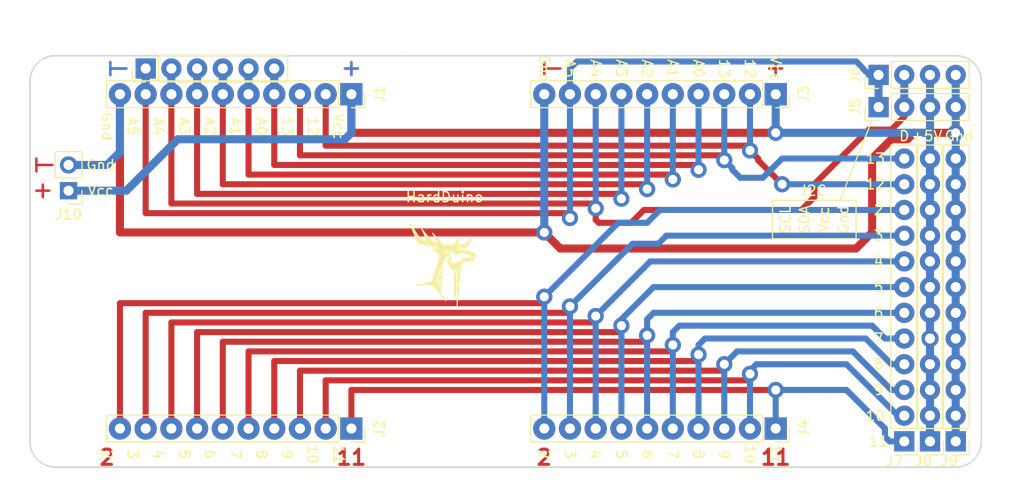
<source format=kicad_pcb>
(kicad_pcb (version 20171130) (host pcbnew "(5.1.5)-3")

  (general
    (thickness 1.6)
    (drawings 83)
    (tracks 200)
    (zones 0)
    (modules 19)
    (nets 21)
  )

  (page A4 portrait)
  (layers
    (0 F.Cu signal)
    (31 B.Cu signal)
    (32 B.Adhes user)
    (33 F.Adhes user)
    (34 B.Paste user)
    (35 F.Paste user)
    (36 B.SilkS user)
    (37 F.SilkS user)
    (38 B.Mask user)
    (39 F.Mask user)
    (40 Dwgs.User user)
    (41 Cmts.User user)
    (42 Eco1.User user)
    (43 Eco2.User user)
    (44 Edge.Cuts user)
    (45 Margin user)
    (46 B.CrtYd user)
    (47 F.CrtYd user)
    (48 B.Fab user)
    (49 F.Fab user)
  )

  (setup
    (last_trace_width 0.6)
    (user_trace_width 0.5)
    (user_trace_width 0.6)
    (user_trace_width 0.8)
    (user_trace_width 1)
    (user_trace_width 1.2)
    (trace_clearance 0.2)
    (zone_clearance 0.508)
    (zone_45_only no)
    (trace_min 0.2)
    (via_size 0.8)
    (via_drill 0.4)
    (via_min_size 0.4)
    (via_min_drill 0.3)
    (user_via 1.6 0.9)
    (uvia_size 0.3)
    (uvia_drill 0.1)
    (uvias_allowed no)
    (uvia_min_size 0.2)
    (uvia_min_drill 0.1)
    (edge_width 0.05)
    (segment_width 0.2)
    (pcb_text_width 0.3)
    (pcb_text_size 1.5 1.5)
    (mod_edge_width 0.12)
    (mod_text_size 1 1)
    (mod_text_width 0.15)
    (pad_size 2 2)
    (pad_drill 1)
    (pad_to_mask_clearance 0.051)
    (solder_mask_min_width 0.25)
    (aux_axis_origin 0 0)
    (visible_elements 7FFFFFFF)
    (pcbplotparams
      (layerselection 0x010fc_ffffffff)
      (usegerberextensions false)
      (usegerberattributes false)
      (usegerberadvancedattributes false)
      (creategerberjobfile false)
      (excludeedgelayer true)
      (linewidth 0.100000)
      (plotframeref false)
      (viasonmask false)
      (mode 1)
      (useauxorigin false)
      (hpglpennumber 1)
      (hpglpenspeed 20)
      (hpglpendiameter 15.000000)
      (psnegative false)
      (psa4output false)
      (plotreference true)
      (plotvalue true)
      (plotinvisibletext false)
      (padsonsilk false)
      (subtractmaskfromsilk false)
      (outputformat 1)
      (mirror false)
      (drillshape 0)
      (scaleselection 1)
      (outputdirectory "gerber/"))
  )

  (net 0 "")
  (net 1 VCC)
  (net 2 /12)
  (net 3 /13)
  (net 4 /A0)
  (net 5 /A1)
  (net 6 /A2)
  (net 7 /A3)
  (net 8 /A4)
  (net 9 /A5)
  (net 10 GND)
  (net 11 /2)
  (net 12 /3)
  (net 13 /4)
  (net 14 /5)
  (net 15 /6)
  (net 16 /7)
  (net 17 /8)
  (net 18 /9)
  (net 19 /10)
  (net 20 /11)

  (net_class Default "Это класс цепей по умолчанию."
    (clearance 0.2)
    (trace_width 0.25)
    (via_dia 0.8)
    (via_drill 0.4)
    (uvia_dia 0.3)
    (uvia_drill 0.1)
    (add_net /10)
    (add_net /11)
    (add_net /12)
    (add_net /13)
    (add_net /2)
    (add_net /3)
    (add_net /4)
    (add_net /5)
    (add_net /6)
    (add_net /7)
    (add_net /8)
    (add_net /9)
    (add_net /A0)
    (add_net /A1)
    (add_net /A2)
    (add_net /A3)
    (add_net /A4)
    (add_net /A5)
    (add_net GND)
    (add_net VCC)
  )

  (module MountingHole:MountingHole_3.2mm_M3 (layer F.Cu) (tedit 56D1B4CB) (tstamp 5D79781E)
    (at 58.42 58.42 90)
    (descr "Mounting Hole 3.2mm, no annular, M3")
    (tags "mounting hole 3.2mm no annular m3")
    (path /5D791BF4)
    (attr virtual)
    (fp_text reference H1 (at 5.08 -2.54) (layer F.SilkS) hide
      (effects (font (size 1 1) (thickness 0.15)))
    )
    (fp_text value MountingHole (at 2.54 -5.08) (layer F.Fab) hide
      (effects (font (size 1 1) (thickness 0.15)))
    )
    (fp_circle (center 0 0) (end 3.45 0) (layer F.CrtYd) (width 0.05))
    (fp_circle (center 0 0) (end 3.2 0) (layer Cmts.User) (width 0.15))
    (fp_text user %R (at 0.3 0) (layer F.Fab)
      (effects (font (size 1 1) (thickness 0.15)))
    )
    (pad 1 np_thru_hole circle (at 0 0) (size 3.2 3.2) (drill 3.2) (layers *.Cu *.Mask))
  )

  (module MountingHole:MountingHole_3.2mm_M3 (layer F.Cu) (tedit 56D1B4CB) (tstamp 5D797826)
    (at 91.44 58.42 90)
    (descr "Mounting Hole 3.2mm, no annular, M3")
    (tags "mounting hole 3.2mm no annular m3")
    (path /5D793188)
    (attr virtual)
    (fp_text reference H2 (at -3.175 3.81) (layer F.SilkS) hide
      (effects (font (size 1 1) (thickness 0.15)))
    )
    (fp_text value MountingHole (at 3.81 5.08) (layer F.Fab) hide
      (effects (font (size 1 1) (thickness 0.15)))
    )
    (fp_text user %R (at 0.3 0) (layer F.Fab)
      (effects (font (size 1 1) (thickness 0.15)))
    )
    (fp_circle (center 0 0) (end 3.2 0) (layer Cmts.User) (width 0.15))
    (fp_circle (center 0 0) (end 3.45 0) (layer F.CrtYd) (width 0.05))
    (pad 1 np_thru_hole circle (at 0 0) (size 3.2 3.2) (drill 3.2) (layers *.Cu *.Mask))
  )

  (module MountingHole:MountingHole_3.2mm_M3 (layer F.Cu) (tedit 56D1B4CB) (tstamp 5D79782E)
    (at 58.42 25.4 90)
    (descr "Mounting Hole 3.2mm, no annular, M3")
    (tags "mounting hole 3.2mm no annular m3")
    (path /5D793224)
    (attr virtual)
    (fp_text reference H3 (at -3.175 3.81) (layer F.SilkS) hide
      (effects (font (size 1 1) (thickness 0.15)))
    )
    (fp_text value MountingHole (at -2.54 -5.08) (layer F.Fab) hide
      (effects (font (size 1 1) (thickness 0.15)))
    )
    (fp_circle (center 0 0) (end 3.45 0) (layer F.CrtYd) (width 0.05))
    (fp_circle (center 0 0) (end 3.2 0) (layer Cmts.User) (width 0.15))
    (fp_text user %R (at 0.3 0) (layer F.Fab)
      (effects (font (size 1 1) (thickness 0.15)))
    )
    (pad 1 np_thru_hole circle (at 0 0) (size 3.2 3.2) (drill 3.2) (layers *.Cu *.Mask))
  )

  (module MountingHole:MountingHole_3.2mm_M3 (layer F.Cu) (tedit 56D1B4CB) (tstamp 5D797836)
    (at 91.44 25.4 90)
    (descr "Mounting Hole 3.2mm, no annular, M3")
    (tags "mounting hole 3.2mm no annular m3")
    (path /5D7932CC)
    (attr virtual)
    (fp_text reference H4 (at 3.175 3.81) (layer F.SilkS) hide
      (effects (font (size 1 1) (thickness 0.15)))
    )
    (fp_text value MountingHole (at -5.08 5.08) (layer F.Fab) hide
      (effects (font (size 1 1) (thickness 0.15)))
    )
    (fp_text user %R (at 0 0) (layer F.Fab)
      (effects (font (size 1 1) (thickness 0.15)))
    )
    (fp_circle (center 0 0) (end 3.2 0) (layer Cmts.User) (width 0.15))
    (fp_circle (center 0 0) (end 3.45 0) (layer F.CrtYd) (width 0.05))
    (pad 1 np_thru_hole circle (at 0 0) (size 3.2 3.2) (drill 3.2) (layers *.Cu *.Mask))
  )

  (module Connector_PinSocket_2.54mm:PinSocket_1x10_P2.54mm_Vertical (layer F.Cu) (tedit 5E7B97EA) (tstamp 5E7BED97)
    (at 86.36 25.4 270)
    (descr "Through hole straight socket strip, 1x10, 2.54mm pitch, single row (from Kicad 4.0.7), script generated")
    (tags "Through hole socket strip THT 1x10 2.54mm single row")
    (path /5E7C174E)
    (fp_text reference J1 (at 0 -2.77 90) (layer F.SilkS)
      (effects (font (size 1 1) (thickness 0.15)))
    )
    (fp_text value Conn_01x10_Male (at 0 25.63 90) (layer F.Fab)
      (effects (font (size 1 1) (thickness 0.15)))
    )
    (fp_line (start -1.27 -1.27) (end 0.635 -1.27) (layer F.Fab) (width 0.1))
    (fp_line (start 0.635 -1.27) (end 1.27 -0.635) (layer F.Fab) (width 0.1))
    (fp_line (start 1.27 -0.635) (end 1.27 24.13) (layer F.Fab) (width 0.1))
    (fp_line (start 1.27 24.13) (end -1.27 24.13) (layer F.Fab) (width 0.1))
    (fp_line (start -1.27 24.13) (end -1.27 -1.27) (layer F.Fab) (width 0.1))
    (fp_line (start -1.33 1.27) (end 1.33 1.27) (layer F.SilkS) (width 0.12))
    (fp_line (start -1.33 1.27) (end -1.33 24.19) (layer F.SilkS) (width 0.12))
    (fp_line (start -1.33 24.19) (end 1.33 24.19) (layer F.SilkS) (width 0.12))
    (fp_line (start 1.33 1.27) (end 1.33 24.19) (layer F.SilkS) (width 0.12))
    (fp_line (start 1.33 -1.33) (end 1.33 0) (layer F.SilkS) (width 0.12))
    (fp_line (start 0 -1.33) (end 1.33 -1.33) (layer F.SilkS) (width 0.12))
    (fp_line (start -1.8 -1.8) (end 1.75 -1.8) (layer F.CrtYd) (width 0.05))
    (fp_line (start 1.75 -1.8) (end 1.75 24.6) (layer F.CrtYd) (width 0.05))
    (fp_line (start 1.75 24.6) (end -1.8 24.6) (layer F.CrtYd) (width 0.05))
    (fp_line (start -1.8 24.6) (end -1.8 -1.8) (layer F.CrtYd) (width 0.05))
    (fp_text user %R (at 0 11.43) (layer F.Fab)
      (effects (font (size 1 1) (thickness 0.15)))
    )
    (pad 1 thru_hole rect (at 0 0 270) (size 2.2 2.2) (drill 1) (layers *.Cu *.Mask)
      (net 1 VCC))
    (pad 2 thru_hole oval (at 0 2.54 270) (size 2.2 2.2) (drill 1) (layers *.Cu *.Mask)
      (net 2 /12))
    (pad 3 thru_hole oval (at 0 5.08 270) (size 2.2 2.2) (drill 1) (layers *.Cu *.Mask)
      (net 3 /13))
    (pad 4 thru_hole oval (at 0 7.62 270) (size 2.2 2.2) (drill 1) (layers *.Cu *.Mask)
      (net 4 /A0))
    (pad 5 thru_hole oval (at 0 10.16 270) (size 2.2 2.2) (drill 1) (layers *.Cu *.Mask)
      (net 5 /A1))
    (pad 6 thru_hole oval (at 0 12.7 270) (size 2.2 2.2) (drill 1) (layers *.Cu *.Mask)
      (net 6 /A2))
    (pad 7 thru_hole oval (at 0 15.24 270) (size 2.2 2.2) (drill 1) (layers *.Cu *.Mask)
      (net 7 /A3))
    (pad 8 thru_hole oval (at 0 17.78 270) (size 2.2 2.2) (drill 1) (layers *.Cu *.Mask)
      (net 8 /A4))
    (pad 9 thru_hole oval (at 0 20.32 270) (size 2.2 2.2) (drill 1) (layers *.Cu *.Mask)
      (net 9 /A5))
    (pad 10 thru_hole oval (at 0 22.86 270) (size 2.2 2.2) (drill 1) (layers *.Cu *.Mask)
      (net 10 GND))
    (model ${KISYS3DMOD}/Connector_PinSocket_2.54mm.3dshapes/PinSocket_1x10_P2.54mm_Vertical.wrl
      (at (xyz 0 0 0))
      (scale (xyz 1 1 1))
      (rotate (xyz 0 0 0))
    )
  )

  (module Connector_PinSocket_2.54mm:PinSocket_1x10_P2.54mm_Vertical (layer F.Cu) (tedit 5E7B97E3) (tstamp 5E7BEDB5)
    (at 86.36 58.42 270)
    (descr "Through hole straight socket strip, 1x10, 2.54mm pitch, single row (from Kicad 4.0.7), script generated")
    (tags "Through hole socket strip THT 1x10 2.54mm single row")
    (path /5E7C1FC2)
    (fp_text reference J2 (at 0 -2.77 90) (layer F.SilkS)
      (effects (font (size 1 1) (thickness 0.15)))
    )
    (fp_text value Conn_01x10_Male (at 0 25.63 90) (layer F.Fab)
      (effects (font (size 1 1) (thickness 0.15)))
    )
    (fp_text user %R (at 0 11.43) (layer F.Fab)
      (effects (font (size 1 1) (thickness 0.15)))
    )
    (fp_line (start -1.8 24.6) (end -1.8 -1.8) (layer F.CrtYd) (width 0.05))
    (fp_line (start 1.75 24.6) (end -1.8 24.6) (layer F.CrtYd) (width 0.05))
    (fp_line (start 1.75 -1.8) (end 1.75 24.6) (layer F.CrtYd) (width 0.05))
    (fp_line (start -1.8 -1.8) (end 1.75 -1.8) (layer F.CrtYd) (width 0.05))
    (fp_line (start 0 -1.33) (end 1.33 -1.33) (layer F.SilkS) (width 0.12))
    (fp_line (start 1.33 -1.33) (end 1.33 0) (layer F.SilkS) (width 0.12))
    (fp_line (start 1.33 1.27) (end 1.33 24.19) (layer F.SilkS) (width 0.12))
    (fp_line (start -1.33 24.19) (end 1.33 24.19) (layer F.SilkS) (width 0.12))
    (fp_line (start -1.33 1.27) (end -1.33 24.19) (layer F.SilkS) (width 0.12))
    (fp_line (start -1.33 1.27) (end 1.33 1.27) (layer F.SilkS) (width 0.12))
    (fp_line (start -1.27 24.13) (end -1.27 -1.27) (layer F.Fab) (width 0.1))
    (fp_line (start 1.27 24.13) (end -1.27 24.13) (layer F.Fab) (width 0.1))
    (fp_line (start 1.27 -0.635) (end 1.27 24.13) (layer F.Fab) (width 0.1))
    (fp_line (start 0.635 -1.27) (end 1.27 -0.635) (layer F.Fab) (width 0.1))
    (fp_line (start -1.27 -1.27) (end 0.635 -1.27) (layer F.Fab) (width 0.1))
    (pad 10 thru_hole oval (at 0 22.86 270) (size 2.2 2.2) (drill 1) (layers *.Cu *.Mask)
      (net 11 /2))
    (pad 9 thru_hole oval (at 0 20.32 270) (size 2.2 2.2) (drill 1) (layers *.Cu *.Mask)
      (net 12 /3))
    (pad 8 thru_hole oval (at 0 17.78 270) (size 2.2 2.2) (drill 1) (layers *.Cu *.Mask)
      (net 13 /4))
    (pad 7 thru_hole oval (at 0 15.24 270) (size 2.2 2.2) (drill 1) (layers *.Cu *.Mask)
      (net 14 /5))
    (pad 6 thru_hole oval (at 0 12.7 270) (size 2.2 2.2) (drill 1) (layers *.Cu *.Mask)
      (net 15 /6))
    (pad 5 thru_hole oval (at 0 10.16 270) (size 2.2 2.2) (drill 1) (layers *.Cu *.Mask)
      (net 16 /7))
    (pad 4 thru_hole oval (at 0 7.62 270) (size 2.2 2.2) (drill 1) (layers *.Cu *.Mask)
      (net 17 /8))
    (pad 3 thru_hole oval (at 0 5.08 270) (size 2.2 2.2) (drill 1) (layers *.Cu *.Mask)
      (net 18 /9))
    (pad 2 thru_hole oval (at 0 2.54 270) (size 2.2 2.2) (drill 1) (layers *.Cu *.Mask)
      (net 19 /10))
    (pad 1 thru_hole rect (at 0 0 270) (size 2.2 2.2) (drill 1) (layers *.Cu *.Mask)
      (net 20 /11))
    (model ${KISYS3DMOD}/Connector_PinSocket_2.54mm.3dshapes/PinSocket_1x10_P2.54mm_Vertical.wrl
      (at (xyz 0 0 0))
      (scale (xyz 1 1 1))
      (rotate (xyz 0 0 0))
    )
  )

  (module Connector_PinSocket_2.54mm:PinSocket_1x10_P2.54mm_Vertical (layer F.Cu) (tedit 5E7CE84E) (tstamp 5E7BA6FC)
    (at 128.27 25.4 270)
    (descr "Through hole straight socket strip, 1x10, 2.54mm pitch, single row (from Kicad 4.0.7), script generated")
    (tags "Through hole socket strip THT 1x10 2.54mm single row")
    (path /5E7C4275)
    (fp_text reference J3 (at 0 -2.77 90) (layer F.SilkS)
      (effects (font (size 1 1) (thickness 0.15)))
    )
    (fp_text value Conn_01x10_Male (at 0 25.63 90) (layer F.Fab)
      (effects (font (size 1 1) (thickness 0.15)))
    )
    (fp_line (start -1.27 -1.27) (end 0.635 -1.27) (layer F.Fab) (width 0.1))
    (fp_line (start 0.635 -1.27) (end 1.27 -0.635) (layer F.Fab) (width 0.1))
    (fp_line (start 1.27 -0.635) (end 1.27 24.13) (layer F.Fab) (width 0.1))
    (fp_line (start 1.27 24.13) (end -1.27 24.13) (layer F.Fab) (width 0.1))
    (fp_line (start -1.27 24.13) (end -1.27 -1.27) (layer F.Fab) (width 0.1))
    (fp_line (start -1.33 1.27) (end 1.33 1.27) (layer F.SilkS) (width 0.12))
    (fp_line (start -1.33 1.27) (end -1.33 24.19) (layer F.SilkS) (width 0.12))
    (fp_line (start -1.33 24.19) (end 1.33 24.19) (layer F.SilkS) (width 0.12))
    (fp_line (start 1.33 1.27) (end 1.33 24.19) (layer F.SilkS) (width 0.12))
    (fp_line (start 1.33 -1.33) (end 1.33 0) (layer F.SilkS) (width 0.12))
    (fp_line (start 0 -1.33) (end 1.33 -1.33) (layer F.SilkS) (width 0.12))
    (fp_line (start -1.8 -1.8) (end 1.75 -1.8) (layer F.CrtYd) (width 0.05))
    (fp_line (start 1.75 -1.8) (end 1.75 24.6) (layer F.CrtYd) (width 0.05))
    (fp_line (start 1.75 24.6) (end -1.8 24.6) (layer F.CrtYd) (width 0.05))
    (fp_line (start -1.8 24.6) (end -1.8 -1.8) (layer F.CrtYd) (width 0.05))
    (fp_text user %R (at 0 11.43) (layer F.Fab)
      (effects (font (size 1 1) (thickness 0.15)))
    )
    (pad 1 thru_hole rect (at 0 0 270) (size 2.2 2.2) (drill 1) (layers *.Cu *.Mask)
      (net 1 VCC))
    (pad 2 thru_hole oval (at 0 2.54 270) (size 2.2 2.2) (drill 1) (layers *.Cu *.Mask)
      (net 2 /12))
    (pad 3 thru_hole oval (at 0 5.08 270) (size 2.2 2.2) (drill 1) (layers *.Cu *.Mask)
      (net 3 /13))
    (pad 4 thru_hole oval (at 0 7.62 270) (size 2.2 2.2) (drill 1) (layers *.Cu *.Mask)
      (net 4 /A0))
    (pad 5 thru_hole oval (at 0 10.16 270) (size 2.2 2.2) (drill 1) (layers *.Cu *.Mask)
      (net 5 /A1))
    (pad 6 thru_hole oval (at 0 12.7 270) (size 2.2 2.2) (drill 1) (layers *.Cu *.Mask)
      (net 6 /A2))
    (pad 7 thru_hole oval (at 0 15.24 270) (size 2.2 2.2) (drill 1) (layers *.Cu *.Mask)
      (net 7 /A3))
    (pad 8 thru_hole oval (at 0 17.78 270) (size 2.2 2.2) (drill 1) (layers *.Cu *.Mask)
      (net 8 /A4))
    (pad 9 thru_hole oval (at 0 20.32 270) (size 2.2 2.2) (drill 1) (layers *.Cu *.Mask)
      (net 9 /A5))
    (pad 10 thru_hole oval (at 0 22.86 270) (size 2.2 2.2) (drill 1) (layers *.Cu *.Mask)
      (net 10 GND))
    (model ${KISYS3DMOD}/Connector_PinSocket_2.54mm.3dshapes/PinSocket_1x10_P2.54mm_Vertical.wrl
      (at (xyz 0 0 0))
      (scale (xyz 1 1 1))
      (rotate (xyz 0 0 0))
    )
  )

  (module Connector_PinSocket_2.54mm:PinSocket_1x10_P2.54mm_Vertical (layer F.Cu) (tedit 5E7CE8C4) (tstamp 5E7BA71A)
    (at 128.27 58.42 270)
    (descr "Through hole straight socket strip, 1x10, 2.54mm pitch, single row (from Kicad 4.0.7), script generated")
    (tags "Through hole socket strip THT 1x10 2.54mm single row")
    (path /5E7C5413)
    (fp_text reference J4 (at 0 -2.77 90) (layer F.SilkS)
      (effects (font (size 1 1) (thickness 0.15)))
    )
    (fp_text value Conn_01x10_Male (at 0 25.63 90) (layer F.Fab)
      (effects (font (size 1 1) (thickness 0.15)))
    )
    (fp_text user %R (at 0 11.43) (layer F.Fab)
      (effects (font (size 1 1) (thickness 0.15)))
    )
    (fp_line (start -1.8 24.6) (end -1.8 -1.8) (layer F.CrtYd) (width 0.05))
    (fp_line (start 1.75 24.6) (end -1.8 24.6) (layer F.CrtYd) (width 0.05))
    (fp_line (start 1.75 -1.8) (end 1.75 24.6) (layer F.CrtYd) (width 0.05))
    (fp_line (start -1.8 -1.8) (end 1.75 -1.8) (layer F.CrtYd) (width 0.05))
    (fp_line (start 0 -1.33) (end 1.33 -1.33) (layer F.SilkS) (width 0.12))
    (fp_line (start 1.33 -1.33) (end 1.33 0) (layer F.SilkS) (width 0.12))
    (fp_line (start 1.33 1.27) (end 1.33 24.19) (layer F.SilkS) (width 0.12))
    (fp_line (start -1.33 24.19) (end 1.33 24.19) (layer F.SilkS) (width 0.12))
    (fp_line (start -1.33 1.27) (end -1.33 24.19) (layer F.SilkS) (width 0.12))
    (fp_line (start -1.33 1.27) (end 1.33 1.27) (layer F.SilkS) (width 0.12))
    (fp_line (start -1.27 24.13) (end -1.27 -1.27) (layer F.Fab) (width 0.1))
    (fp_line (start 1.27 24.13) (end -1.27 24.13) (layer F.Fab) (width 0.1))
    (fp_line (start 1.27 -0.635) (end 1.27 24.13) (layer F.Fab) (width 0.1))
    (fp_line (start 0.635 -1.27) (end 1.27 -0.635) (layer F.Fab) (width 0.1))
    (fp_line (start -1.27 -1.27) (end 0.635 -1.27) (layer F.Fab) (width 0.1))
    (pad 10 thru_hole oval (at 0 22.86 270) (size 2.2 2.2) (drill 1) (layers *.Cu *.Mask)
      (net 11 /2))
    (pad 9 thru_hole oval (at 0 20.32 270) (size 2.2 2.2) (drill 1) (layers *.Cu *.Mask)
      (net 12 /3))
    (pad 8 thru_hole oval (at 0 17.78 270) (size 2.2 2.2) (drill 1) (layers *.Cu *.Mask)
      (net 13 /4))
    (pad 7 thru_hole oval (at 0 15.24 270) (size 2.2 2.2) (drill 1) (layers *.Cu *.Mask)
      (net 14 /5))
    (pad 6 thru_hole oval (at 0 12.7 270) (size 2.2 2.2) (drill 1) (layers *.Cu *.Mask)
      (net 15 /6))
    (pad 5 thru_hole oval (at 0 10.16 270) (size 2.2 2.2) (drill 1) (layers *.Cu *.Mask)
      (net 16 /7))
    (pad 4 thru_hole oval (at 0 7.62 270) (size 2.2 2.2) (drill 1) (layers *.Cu *.Mask)
      (net 17 /8))
    (pad 3 thru_hole oval (at 0 5.08 270) (size 2.2 2.2) (drill 1) (layers *.Cu *.Mask)
      (net 18 /9))
    (pad 2 thru_hole oval (at 0 2.54 270) (size 2.2 2.2) (drill 1) (layers *.Cu *.Mask)
      (net 19 /10))
    (pad 1 thru_hole rect (at 0 0 270) (size 2.2 2.2) (drill 1) (layers *.Cu *.Mask)
      (net 20 /11))
    (model ${KISYS3DMOD}/Connector_PinSocket_2.54mm.3dshapes/PinSocket_1x10_P2.54mm_Vertical.wrl
      (at (xyz 0 0 0))
      (scale (xyz 1 1 1))
      (rotate (xyz 0 0 0))
    )
  )

  (module Connector_PinHeader_2.54mm:PinHeader_1x04_P2.54mm_Vertical (layer F.Cu) (tedit 5E7CE68F) (tstamp 5E7BA732)
    (at 138.43 26.67 90)
    (descr "Through hole straight pin header, 1x04, 2.54mm pitch, single row")
    (tags "Through hole pin header THT 1x04 2.54mm single row")
    (path /5E7C99CD)
    (fp_text reference J5 (at 0 -2.33 90) (layer F.SilkS)
      (effects (font (size 1 1) (thickness 0.15)))
    )
    (fp_text value Conn_01x04_Male (at 0 9.95 90) (layer F.Fab)
      (effects (font (size 1 1) (thickness 0.15)))
    )
    (fp_text user %R (at 0 3.81) (layer F.Fab)
      (effects (font (size 1 1) (thickness 0.15)))
    )
    (fp_line (start 1.8 -1.8) (end -1.8 -1.8) (layer F.CrtYd) (width 0.05))
    (fp_line (start 1.8 9.4) (end 1.8 -1.8) (layer F.CrtYd) (width 0.05))
    (fp_line (start -1.8 9.4) (end 1.8 9.4) (layer F.CrtYd) (width 0.05))
    (fp_line (start -1.8 -1.8) (end -1.8 9.4) (layer F.CrtYd) (width 0.05))
    (fp_line (start -1.33 -1.33) (end 0 -1.33) (layer F.SilkS) (width 0.12))
    (fp_line (start -1.33 0) (end -1.33 -1.33) (layer F.SilkS) (width 0.12))
    (fp_line (start -1.33 1.27) (end 1.33 1.27) (layer F.SilkS) (width 0.12))
    (fp_line (start 1.33 1.27) (end 1.33 8.95) (layer F.SilkS) (width 0.12))
    (fp_line (start -1.33 1.27) (end -1.33 8.95) (layer F.SilkS) (width 0.12))
    (fp_line (start -1.33 8.95) (end 1.33 8.95) (layer F.SilkS) (width 0.12))
    (fp_line (start -1.27 -0.635) (end -0.635 -1.27) (layer F.Fab) (width 0.1))
    (fp_line (start -1.27 8.89) (end -1.27 -0.635) (layer F.Fab) (width 0.1))
    (fp_line (start 1.27 8.89) (end -1.27 8.89) (layer F.Fab) (width 0.1))
    (fp_line (start 1.27 -1.27) (end 1.27 8.89) (layer F.Fab) (width 0.1))
    (fp_line (start -0.635 -1.27) (end 1.27 -1.27) (layer F.Fab) (width 0.1))
    (pad 4 thru_hole oval (at 0 7.62 90) (size 2 2) (drill 1) (layers *.Cu *.Mask)
      (net 10 GND))
    (pad 3 thru_hole oval (at 0 5.08 90) (size 2 2) (drill 1) (layers *.Cu *.Mask)
      (net 1 VCC))
    (pad 2 thru_hole oval (at 0 2.54 90) (size 2 2) (drill 1) (layers *.Cu *.Mask)
      (net 8 /A4))
    (pad 1 thru_hole rect (at 0 0 90) (size 2 2) (drill 1) (layers *.Cu *.Mask)
      (net 9 /A5))
    (model ${KISYS3DMOD}/Connector_PinHeader_2.54mm.3dshapes/PinHeader_1x04_P2.54mm_Vertical.wrl
      (at (xyz 0 0 0))
      (scale (xyz 1 1 1))
      (rotate (xyz 0 0 0))
    )
  )

  (module Connector_PinHeader_2.54mm:PinHeader_1x04_P2.54mm_Vertical (layer F.Cu) (tedit 5E7CE686) (tstamp 5E7BA74A)
    (at 138.43 23.495 90)
    (descr "Through hole straight pin header, 1x04, 2.54mm pitch, single row")
    (tags "Through hole pin header THT 1x04 2.54mm single row")
    (path /5E7C919F)
    (fp_text reference J6 (at 0 -2.33 90) (layer F.SilkS)
      (effects (font (size 1 1) (thickness 0.15)))
    )
    (fp_text value Conn_01x04_Male (at 0 9.95 90) (layer F.Fab)
      (effects (font (size 1 1) (thickness 0.15)))
    )
    (fp_line (start -0.635 -1.27) (end 1.27 -1.27) (layer F.Fab) (width 0.1))
    (fp_line (start 1.27 -1.27) (end 1.27 8.89) (layer F.Fab) (width 0.1))
    (fp_line (start 1.27 8.89) (end -1.27 8.89) (layer F.Fab) (width 0.1))
    (fp_line (start -1.27 8.89) (end -1.27 -0.635) (layer F.Fab) (width 0.1))
    (fp_line (start -1.27 -0.635) (end -0.635 -1.27) (layer F.Fab) (width 0.1))
    (fp_line (start -1.33 8.95) (end 1.33 8.95) (layer F.SilkS) (width 0.12))
    (fp_line (start -1.33 1.27) (end -1.33 8.95) (layer F.SilkS) (width 0.12))
    (fp_line (start 1.33 1.27) (end 1.33 8.95) (layer F.SilkS) (width 0.12))
    (fp_line (start -1.33 1.27) (end 1.33 1.27) (layer F.SilkS) (width 0.12))
    (fp_line (start -1.33 0) (end -1.33 -1.33) (layer F.SilkS) (width 0.12))
    (fp_line (start -1.33 -1.33) (end 0 -1.33) (layer F.SilkS) (width 0.12))
    (fp_line (start -1.8 -1.8) (end -1.8 9.4) (layer F.CrtYd) (width 0.05))
    (fp_line (start -1.8 9.4) (end 1.8 9.4) (layer F.CrtYd) (width 0.05))
    (fp_line (start 1.8 9.4) (end 1.8 -1.8) (layer F.CrtYd) (width 0.05))
    (fp_line (start 1.8 -1.8) (end -1.8 -1.8) (layer F.CrtYd) (width 0.05))
    (fp_text user %R (at 0 3.81 180) (layer F.Fab)
      (effects (font (size 1 1) (thickness 0.15)))
    )
    (pad 1 thru_hole rect (at 0 0 90) (size 2 2) (drill 1) (layers *.Cu *.Mask)
      (net 9 /A5))
    (pad 2 thru_hole oval (at 0 2.54 90) (size 2 2) (drill 1) (layers *.Cu *.Mask)
      (net 8 /A4))
    (pad 3 thru_hole oval (at 0 5.08 90) (size 2 2) (drill 1) (layers *.Cu *.Mask)
      (net 1 VCC))
    (pad 4 thru_hole oval (at 0 7.62 90) (size 2 2) (drill 1) (layers *.Cu *.Mask)
      (net 10 GND))
    (model ${KISYS3DMOD}/Connector_PinHeader_2.54mm.3dshapes/PinHeader_1x04_P2.54mm_Vertical.wrl
      (at (xyz 0 0 0))
      (scale (xyz 1 1 1))
      (rotate (xyz 0 0 0))
    )
  )

  (module Connector_PinHeader_2.54mm:PinHeader_1x12_P2.54mm_Vertical (layer F.Cu) (tedit 5E7CE7F1) (tstamp 5E7BA76A)
    (at 140.97 59.69 180)
    (descr "Through hole straight pin header, 1x12, 2.54mm pitch, single row")
    (tags "Through hole pin header THT 1x12 2.54mm single row")
    (path /5E7C66E2)
    (fp_text reference J7 (at 0.9525 -1.905) (layer F.SilkS)
      (effects (font (size 1 1) (thickness 0.15)))
    )
    (fp_text value Conn_01x12_Male (at 0 30.27) (layer F.Fab)
      (effects (font (size 1 1) (thickness 0.15)))
    )
    (fp_line (start -0.635 -1.27) (end 1.27 -1.27) (layer F.Fab) (width 0.1))
    (fp_line (start 1.27 -1.27) (end 1.27 29.21) (layer F.Fab) (width 0.1))
    (fp_line (start 1.27 29.21) (end -1.27 29.21) (layer F.Fab) (width 0.1))
    (fp_line (start -1.27 29.21) (end -1.27 -0.635) (layer F.Fab) (width 0.1))
    (fp_line (start -1.27 -0.635) (end -0.635 -1.27) (layer F.Fab) (width 0.1))
    (fp_line (start -1.33 29.27) (end 1.33 29.27) (layer F.SilkS) (width 0.12))
    (fp_line (start -1.33 1.27) (end -1.33 29.27) (layer F.SilkS) (width 0.12))
    (fp_line (start 1.33 1.27) (end 1.33 29.27) (layer F.SilkS) (width 0.12))
    (fp_line (start -1.33 1.27) (end 1.33 1.27) (layer F.SilkS) (width 0.12))
    (fp_line (start -1.33 0) (end -1.33 -1.33) (layer F.SilkS) (width 0.12))
    (fp_line (start -1.33 -1.33) (end 0 -1.33) (layer F.SilkS) (width 0.12))
    (fp_line (start -1.8 -1.8) (end -1.8 29.75) (layer F.CrtYd) (width 0.05))
    (fp_line (start -1.8 29.75) (end 1.8 29.75) (layer F.CrtYd) (width 0.05))
    (fp_line (start 1.8 29.75) (end 1.8 -1.8) (layer F.CrtYd) (width 0.05))
    (fp_line (start 1.8 -1.8) (end -1.8 -1.8) (layer F.CrtYd) (width 0.05))
    (fp_text user %R (at 0 13.97 90) (layer F.Fab)
      (effects (font (size 1 1) (thickness 0.15)))
    )
    (pad 1 thru_hole rect (at 0 0 180) (size 2 2) (drill 1) (layers *.Cu *.Mask)
      (net 20 /11))
    (pad 2 thru_hole oval (at 0 2.54 180) (size 2 2) (drill 1) (layers *.Cu *.Mask)
      (net 19 /10))
    (pad 3 thru_hole oval (at 0 5.08 180) (size 2 2) (drill 1) (layers *.Cu *.Mask)
      (net 18 /9))
    (pad 4 thru_hole oval (at 0 7.62 180) (size 2 2) (drill 1) (layers *.Cu *.Mask)
      (net 17 /8))
    (pad 5 thru_hole oval (at 0 10.16 180) (size 2 2) (drill 1) (layers *.Cu *.Mask)
      (net 16 /7))
    (pad 6 thru_hole oval (at 0 12.7 180) (size 2 2) (drill 1) (layers *.Cu *.Mask)
      (net 15 /6))
    (pad 7 thru_hole oval (at 0 15.24 180) (size 2 2) (drill 1) (layers *.Cu *.Mask)
      (net 14 /5))
    (pad 8 thru_hole oval (at 0 17.78 180) (size 2 2) (drill 1) (layers *.Cu *.Mask)
      (net 13 /4))
    (pad 9 thru_hole oval (at 0 20.32 180) (size 2 2) (drill 1) (layers *.Cu *.Mask)
      (net 12 /3))
    (pad 10 thru_hole oval (at 0 22.86 180) (size 2 2) (drill 1) (layers *.Cu *.Mask)
      (net 11 /2))
    (pad 11 thru_hole oval (at 0 25.4 180) (size 2 2) (drill 1) (layers *.Cu *.Mask)
      (net 2 /12))
    (pad 12 thru_hole oval (at 0 27.94 180) (size 2 2) (drill 1) (layers *.Cu *.Mask)
      (net 3 /13))
    (model ${KISYS3DMOD}/Connector_PinHeader_2.54mm.3dshapes/PinHeader_1x12_P2.54mm_Vertical.wrl
      (at (xyz 0 0 0))
      (scale (xyz 1 1 1))
      (rotate (xyz 0 0 0))
    )
  )

  (module Connector_PinHeader_2.54mm:PinHeader_1x12_P2.54mm_Vertical (layer F.Cu) (tedit 5E7CE7AC) (tstamp 5E7BA78A)
    (at 143.51 59.69 180)
    (descr "Through hole straight pin header, 1x12, 2.54mm pitch, single row")
    (tags "Through hole pin header THT 1x12 2.54mm single row")
    (path /5E7C83F6)
    (fp_text reference J8 (at 0.635 -1.905) (layer F.SilkS)
      (effects (font (size 1 1) (thickness 0.15)))
    )
    (fp_text value Conn_01x12_Male (at 0 30.27) (layer F.Fab)
      (effects (font (size 1 1) (thickness 0.15)))
    )
    (fp_line (start -0.635 -1.27) (end 1.27 -1.27) (layer F.Fab) (width 0.1))
    (fp_line (start 1.27 -1.27) (end 1.27 29.21) (layer F.Fab) (width 0.1))
    (fp_line (start 1.27 29.21) (end -1.27 29.21) (layer F.Fab) (width 0.1))
    (fp_line (start -1.27 29.21) (end -1.27 -0.635) (layer F.Fab) (width 0.1))
    (fp_line (start -1.27 -0.635) (end -0.635 -1.27) (layer F.Fab) (width 0.1))
    (fp_line (start -1.33 29.27) (end 1.33 29.27) (layer F.SilkS) (width 0.12))
    (fp_line (start -1.33 1.27) (end -1.33 29.27) (layer F.SilkS) (width 0.12))
    (fp_line (start 1.33 1.27) (end 1.33 29.27) (layer F.SilkS) (width 0.12))
    (fp_line (start -1.33 1.27) (end 1.33 1.27) (layer F.SilkS) (width 0.12))
    (fp_line (start -1.33 0) (end -1.33 -1.33) (layer F.SilkS) (width 0.12))
    (fp_line (start -1.33 -1.33) (end 0 -1.33) (layer F.SilkS) (width 0.12))
    (fp_line (start -1.8 -1.8) (end -1.8 29.75) (layer F.CrtYd) (width 0.05))
    (fp_line (start -1.8 29.75) (end 1.8 29.75) (layer F.CrtYd) (width 0.05))
    (fp_line (start 1.8 29.75) (end 1.8 -1.8) (layer F.CrtYd) (width 0.05))
    (fp_line (start 1.8 -1.8) (end -1.8 -1.8) (layer F.CrtYd) (width 0.05))
    (fp_text user %R (at 0 13.97 90) (layer F.Fab)
      (effects (font (size 1 1) (thickness 0.15)))
    )
    (pad 1 thru_hole rect (at 0 0 180) (size 2 2) (drill 1) (layers *.Cu *.Mask)
      (net 1 VCC))
    (pad 2 thru_hole oval (at 0 2.54 180) (size 2 2) (drill 1) (layers *.Cu *.Mask)
      (net 1 VCC))
    (pad 3 thru_hole oval (at 0 5.08 180) (size 2 2) (drill 1) (layers *.Cu *.Mask)
      (net 1 VCC))
    (pad 4 thru_hole oval (at 0 7.62 180) (size 2 2) (drill 1) (layers *.Cu *.Mask)
      (net 1 VCC))
    (pad 5 thru_hole oval (at 0 10.16 180) (size 1.7 1.7) (drill 1) (layers *.Cu *.Mask)
      (net 1 VCC))
    (pad 6 thru_hole oval (at 0 12.7 180) (size 2 2) (drill 1) (layers *.Cu *.Mask)
      (net 1 VCC))
    (pad 7 thru_hole oval (at 0 15.24 180) (size 2 2) (drill 1) (layers *.Cu *.Mask)
      (net 1 VCC))
    (pad 8 thru_hole oval (at 0 17.78 180) (size 2 2) (drill 1) (layers *.Cu *.Mask)
      (net 1 VCC))
    (pad 9 thru_hole oval (at 0 20.32 180) (size 2 2) (drill 1) (layers *.Cu *.Mask)
      (net 1 VCC))
    (pad 10 thru_hole oval (at 0 22.86 180) (size 2 2) (drill 1) (layers *.Cu *.Mask)
      (net 1 VCC))
    (pad 11 thru_hole oval (at 0 25.4 180) (size 2 2) (drill 1) (layers *.Cu *.Mask)
      (net 1 VCC))
    (pad 12 thru_hole oval (at 0 27.94 180) (size 2 2) (drill 1) (layers *.Cu *.Mask)
      (net 1 VCC))
    (model ${KISYS3DMOD}/Connector_PinHeader_2.54mm.3dshapes/PinHeader_1x12_P2.54mm_Vertical.wrl
      (at (xyz 0 0 0))
      (scale (xyz 1 1 1))
      (rotate (xyz 0 0 0))
    )
  )

  (module Connector_PinHeader_2.54mm:PinHeader_1x12_P2.54mm_Vertical (layer F.Cu) (tedit 5E7CE74E) (tstamp 5E7BA7AA)
    (at 146.05 59.69 180)
    (descr "Through hole straight pin header, 1x12, 2.54mm pitch, single row")
    (tags "Through hole pin header THT 1x12 2.54mm single row")
    (path /5E7C7558)
    (fp_text reference J9 (at 0.635 -1.905) (layer F.SilkS)
      (effects (font (size 1 1) (thickness 0.15)))
    )
    (fp_text value Conn_01x12_Male (at 0 30.27) (layer F.Fab)
      (effects (font (size 1 1) (thickness 0.15)))
    )
    (fp_text user %R (at 0 13.97 90) (layer F.Fab)
      (effects (font (size 1 1) (thickness 0.15)))
    )
    (fp_line (start 1.8 -1.8) (end -1.8 -1.8) (layer F.CrtYd) (width 0.05))
    (fp_line (start 1.8 29.75) (end 1.8 -1.8) (layer F.CrtYd) (width 0.05))
    (fp_line (start -1.8 29.75) (end 1.8 29.75) (layer F.CrtYd) (width 0.05))
    (fp_line (start -1.8 -1.8) (end -1.8 29.75) (layer F.CrtYd) (width 0.05))
    (fp_line (start -1.33 -1.33) (end 0 -1.33) (layer F.SilkS) (width 0.12))
    (fp_line (start -1.33 0) (end -1.33 -1.33) (layer F.SilkS) (width 0.12))
    (fp_line (start -1.33 1.27) (end 1.33 1.27) (layer F.SilkS) (width 0.12))
    (fp_line (start 1.33 1.27) (end 1.33 29.27) (layer F.SilkS) (width 0.12))
    (fp_line (start -1.33 1.27) (end -1.33 29.27) (layer F.SilkS) (width 0.12))
    (fp_line (start -1.33 29.27) (end 1.33 29.27) (layer F.SilkS) (width 0.12))
    (fp_line (start -1.27 -0.635) (end -0.635 -1.27) (layer F.Fab) (width 0.1))
    (fp_line (start -1.27 29.21) (end -1.27 -0.635) (layer F.Fab) (width 0.1))
    (fp_line (start 1.27 29.21) (end -1.27 29.21) (layer F.Fab) (width 0.1))
    (fp_line (start 1.27 -1.27) (end 1.27 29.21) (layer F.Fab) (width 0.1))
    (fp_line (start -0.635 -1.27) (end 1.27 -1.27) (layer F.Fab) (width 0.1))
    (pad 12 thru_hole oval (at 0 27.94 180) (size 2 2) (drill 1) (layers *.Cu *.Mask)
      (net 10 GND))
    (pad 11 thru_hole oval (at 0 25.4 180) (size 2 2) (drill 1) (layers *.Cu *.Mask)
      (net 10 GND))
    (pad 10 thru_hole oval (at 0 22.86 180) (size 2 2) (drill 1) (layers *.Cu *.Mask)
      (net 10 GND))
    (pad 9 thru_hole oval (at 0 20.32 180) (size 2 2) (drill 1) (layers *.Cu *.Mask)
      (net 10 GND))
    (pad 8 thru_hole oval (at 0 17.78 180) (size 2 2) (drill 1) (layers *.Cu *.Mask)
      (net 10 GND))
    (pad 7 thru_hole oval (at 0 15.24 180) (size 2 2) (drill 1) (layers *.Cu *.Mask)
      (net 10 GND))
    (pad 6 thru_hole oval (at 0 12.7 180) (size 2 2) (drill 1) (layers *.Cu *.Mask)
      (net 10 GND))
    (pad 5 thru_hole oval (at 0 10.16 180) (size 2 2) (drill 1) (layers *.Cu *.Mask)
      (net 10 GND))
    (pad 4 thru_hole oval (at 0 7.62 180) (size 2 2) (drill 1) (layers *.Cu *.Mask)
      (net 10 GND))
    (pad 3 thru_hole oval (at 0 5.08 180) (size 2 2) (drill 1) (layers *.Cu *.Mask)
      (net 10 GND))
    (pad 2 thru_hole oval (at 0 2.54 180) (size 2 2) (drill 1) (layers *.Cu *.Mask)
      (net 10 GND))
    (pad 1 thru_hole rect (at 0 0 180) (size 2 2) (drill 1) (layers *.Cu *.Mask)
      (net 10 GND))
    (model ${KISYS3DMOD}/Connector_PinHeader_2.54mm.3dshapes/PinHeader_1x12_P2.54mm_Vertical.wrl
      (at (xyz 0 0 0))
      (scale (xyz 1 1 1))
      (rotate (xyz 0 0 0))
    )
  )

  (module Connector_PinHeader_2.54mm:PinHeader_1x02_P2.54mm_Vertical (layer F.Cu) (tedit 59FED5CC) (tstamp 5E7BA7C0)
    (at 58.42 34.925 180)
    (descr "Through hole straight pin header, 1x02, 2.54mm pitch, single row")
    (tags "Through hole pin header THT 1x02 2.54mm single row")
    (path /5E7CA196)
    (fp_text reference J10 (at 0 -2.33) (layer F.SilkS)
      (effects (font (size 1 1) (thickness 0.15)))
    )
    (fp_text value Conn_01x02_Male (at 0 4.87) (layer F.Fab)
      (effects (font (size 1 1) (thickness 0.15)))
    )
    (fp_line (start -0.635 -1.27) (end 1.27 -1.27) (layer F.Fab) (width 0.1))
    (fp_line (start 1.27 -1.27) (end 1.27 3.81) (layer F.Fab) (width 0.1))
    (fp_line (start 1.27 3.81) (end -1.27 3.81) (layer F.Fab) (width 0.1))
    (fp_line (start -1.27 3.81) (end -1.27 -0.635) (layer F.Fab) (width 0.1))
    (fp_line (start -1.27 -0.635) (end -0.635 -1.27) (layer F.Fab) (width 0.1))
    (fp_line (start -1.33 3.87) (end 1.33 3.87) (layer F.SilkS) (width 0.12))
    (fp_line (start -1.33 1.27) (end -1.33 3.87) (layer F.SilkS) (width 0.12))
    (fp_line (start 1.33 1.27) (end 1.33 3.87) (layer F.SilkS) (width 0.12))
    (fp_line (start -1.33 1.27) (end 1.33 1.27) (layer F.SilkS) (width 0.12))
    (fp_line (start -1.33 0) (end -1.33 -1.33) (layer F.SilkS) (width 0.12))
    (fp_line (start -1.33 -1.33) (end 0 -1.33) (layer F.SilkS) (width 0.12))
    (fp_line (start -1.8 -1.8) (end -1.8 4.35) (layer F.CrtYd) (width 0.05))
    (fp_line (start -1.8 4.35) (end 1.8 4.35) (layer F.CrtYd) (width 0.05))
    (fp_line (start 1.8 4.35) (end 1.8 -1.8) (layer F.CrtYd) (width 0.05))
    (fp_line (start 1.8 -1.8) (end -1.8 -1.8) (layer F.CrtYd) (width 0.05))
    (fp_text user %R (at 0 1.27 90) (layer F.Fab)
      (effects (font (size 1 1) (thickness 0.15)))
    )
    (pad 1 thru_hole rect (at 0 0 180) (size 1.7 1.7) (drill 1) (layers *.Cu *.Mask)
      (net 1 VCC))
    (pad 2 thru_hole oval (at 0 2.54 180) (size 1.7 1.7) (drill 1) (layers *.Cu *.Mask)
      (net 10 GND))
    (model ${KISYS3DMOD}/Connector_PinHeader_2.54mm.3dshapes/PinHeader_1x02_P2.54mm_Vertical.wrl
      (at (xyz 0 0 0))
      (scale (xyz 1 1 1))
      (rotate (xyz 0 0 0))
    )
  )

  (module MountingHole:MountingHole_3.2mm_M3 (layer F.Cu) (tedit 56D1B4CB) (tstamp 5E7BA41D)
    (at 133.35 25.4)
    (descr "Mounting Hole 3.2mm, no annular, M3")
    (tags "mounting hole 3.2mm no annular m3")
    (path /5E7BCAAE)
    (attr virtual)
    (fp_text reference H5 (at -3.81 -3.175) (layer F.SilkS) hide
      (effects (font (size 1 1) (thickness 0.15)))
    )
    (fp_text value MountingHole (at 0 4.2) (layer F.Fab)
      (effects (font (size 1 1) (thickness 0.15)))
    )
    (fp_circle (center 0 0) (end 3.45 0) (layer F.CrtYd) (width 0.05))
    (fp_circle (center 0 0) (end 3.2 0) (layer Cmts.User) (width 0.15))
    (fp_text user %R (at 0.3 0) (layer F.Fab)
      (effects (font (size 1 1) (thickness 0.15)))
    )
    (pad 1 np_thru_hole circle (at 0 0) (size 3.2 3.2) (drill 3.2) (layers *.Cu *.Mask))
  )

  (module MountingHole:MountingHole_3.2mm_M3 (layer F.Cu) (tedit 56D1B4CB) (tstamp 5E7BA425)
    (at 100.33 25.4)
    (descr "Mounting Hole 3.2mm, no annular, M3")
    (tags "mounting hole 3.2mm no annular m3")
    (path /5E7BCF2B)
    (attr virtual)
    (fp_text reference H6 (at -3.81 -3.175) (layer F.SilkS) hide
      (effects (font (size 1 1) (thickness 0.15)))
    )
    (fp_text value MountingHole (at 0 4.2) (layer F.Fab)
      (effects (font (size 1 1) (thickness 0.15)))
    )
    (fp_text user %R (at 0.3 0) (layer F.Fab)
      (effects (font (size 1 1) (thickness 0.15)))
    )
    (fp_circle (center 0 0) (end 3.2 0) (layer Cmts.User) (width 0.15))
    (fp_circle (center 0 0) (end 3.45 0) (layer F.CrtYd) (width 0.05))
    (pad 1 np_thru_hole circle (at 0 0) (size 3.2 3.2) (drill 3.2) (layers *.Cu *.Mask))
  )

  (module MountingHole:MountingHole_3.2mm_M3 (layer F.Cu) (tedit 56D1B4CB) (tstamp 5E7BA42D)
    (at 133.35 58.42)
    (descr "Mounting Hole 3.2mm, no annular, M3")
    (tags "mounting hole 3.2mm no annular m3")
    (path /5E7BD33B)
    (attr virtual)
    (fp_text reference H7 (at 4.445 2.54) (layer F.SilkS) hide
      (effects (font (size 1 1) (thickness 0.15)))
    )
    (fp_text value MountingHole (at 0 4.2) (layer F.Fab)
      (effects (font (size 1 1) (thickness 0.15)))
    )
    (fp_circle (center 0 0) (end 3.45 0) (layer F.CrtYd) (width 0.05))
    (fp_circle (center 0 0) (end 3.2 0) (layer Cmts.User) (width 0.15))
    (fp_text user %R (at 0.3 0) (layer F.Fab)
      (effects (font (size 1 1) (thickness 0.15)))
    )
    (pad 1 np_thru_hole circle (at 0 0) (size 3.2 3.2) (drill 3.2) (layers *.Cu *.Mask))
  )

  (module MountingHole:MountingHole_3.2mm_M3 (layer F.Cu) (tedit 56D1B4CB) (tstamp 5E7BA435)
    (at 100.33 58.42)
    (descr "Mounting Hole 3.2mm, no annular, M3")
    (tags "mounting hole 3.2mm no annular m3")
    (path /5E7BD737)
    (attr virtual)
    (fp_text reference H8 (at -3.81 3.175) (layer F.SilkS) hide
      (effects (font (size 1 1) (thickness 0.15)))
    )
    (fp_text value MountingHole (at 0 4.2) (layer F.Fab)
      (effects (font (size 1 1) (thickness 0.15)))
    )
    (fp_text user %R (at 0.3 0) (layer F.Fab)
      (effects (font (size 1 1) (thickness 0.15)))
    )
    (fp_circle (center 0 0) (end 3.2 0) (layer Cmts.User) (width 0.15))
    (fp_circle (center 0 0) (end 3.45 0) (layer F.CrtYd) (width 0.05))
    (pad 1 np_thru_hole circle (at 0 0) (size 3.2 3.2) (drill 3.2) (layers *.Cu *.Mask))
  )

  (module Connector_PinHeader_2.54mm:PinHeader_1x06_P2.54mm_Vertical (layer F.Cu) (tedit 5E7CE8FE) (tstamp 5E7BB83C)
    (at 66.04 22.86 90)
    (descr "Through hole straight pin header, 1x06, 2.54mm pitch, single row")
    (tags "Through hole pin header THT 1x06 2.54mm single row")
    (path /5E7DADE2)
    (fp_text reference J11 (at -5.08 1.27 90) (layer F.SilkS) hide
      (effects (font (size 1 1) (thickness 0.15)))
    )
    (fp_text value Conn_01x06_Male (at 0 15.03 90) (layer F.Fab)
      (effects (font (size 1 1) (thickness 0.15)))
    )
    (fp_line (start -0.635 -1.27) (end 1.27 -1.27) (layer F.Fab) (width 0.1))
    (fp_line (start 1.27 -1.27) (end 1.27 13.97) (layer F.Fab) (width 0.1))
    (fp_line (start 1.27 13.97) (end -1.27 13.97) (layer F.Fab) (width 0.1))
    (fp_line (start -1.27 13.97) (end -1.27 -0.635) (layer F.Fab) (width 0.1))
    (fp_line (start -1.27 -0.635) (end -0.635 -1.27) (layer F.Fab) (width 0.1))
    (fp_line (start -1.33 14.03) (end 1.33 14.03) (layer F.SilkS) (width 0.12))
    (fp_line (start -1.33 1.27) (end -1.33 14.03) (layer F.SilkS) (width 0.12))
    (fp_line (start 1.33 1.27) (end 1.33 14.03) (layer F.SilkS) (width 0.12))
    (fp_line (start -1.33 1.27) (end 1.33 1.27) (layer F.SilkS) (width 0.12))
    (fp_line (start -1.33 0) (end -1.33 -1.33) (layer F.SilkS) (width 0.12))
    (fp_line (start -1.33 -1.33) (end 0 -1.33) (layer F.SilkS) (width 0.12))
    (fp_line (start -1.8 -1.8) (end -1.8 14.5) (layer F.CrtYd) (width 0.05))
    (fp_line (start -1.8 14.5) (end 1.8 14.5) (layer F.CrtYd) (width 0.05))
    (fp_line (start 1.8 14.5) (end 1.8 -1.8) (layer F.CrtYd) (width 0.05))
    (fp_line (start 1.8 -1.8) (end -1.8 -1.8) (layer F.CrtYd) (width 0.05))
    (fp_text user %R (at 0 6.35) (layer F.Fab)
      (effects (font (size 1 1) (thickness 0.15)))
    )
    (pad 1 thru_hole rect (at 0 0 90) (size 2 2) (drill 1) (layers *.Cu *.Mask)
      (net 9 /A5))
    (pad 2 thru_hole oval (at 0 2.54 90) (size 2 2) (drill 1) (layers *.Cu *.Mask)
      (net 8 /A4))
    (pad 3 thru_hole oval (at 0 5.08 90) (size 2 2) (drill 1) (layers *.Cu *.Mask)
      (net 7 /A3))
    (pad 4 thru_hole oval (at 0 7.62 90) (size 2 2) (drill 1) (layers *.Cu *.Mask)
      (net 6 /A2))
    (pad 5 thru_hole oval (at 0 10.16 90) (size 2 2) (drill 1) (layers *.Cu *.Mask)
      (net 5 /A1))
    (pad 6 thru_hole oval (at 0 12.7 90) (size 2 2) (drill 1) (layers *.Cu *.Mask)
      (net 4 /A0))
    (model ${KISYS3DMOD}/Connector_PinHeader_2.54mm.3dshapes/PinHeader_1x06_P2.54mm_Vertical.wrl
      (at (xyz 0 0 0))
      (scale (xyz 1 1 1))
      (rotate (xyz 0 0 0))
    )
  )

  (gr_text 10 (at 138.1125 57.15) (layer F.SilkS)
    (effects (font (size 1 1) (thickness 0.15)))
  )
  (gr_text 9 (at 138.43 54.61) (layer F.SilkS)
    (effects (font (size 1 1) (thickness 0.15)))
  )
  (gr_text 8 (at 138.43 52.07) (layer F.SilkS)
    (effects (font (size 1 1) (thickness 0.15)))
  )
  (gr_text 7 (at 138.43 49.53) (layer F.SilkS)
    (effects (font (size 1 1) (thickness 0.15)))
  )
  (gr_text 6 (at 138.43 46.99) (layer F.SilkS)
    (effects (font (size 1 1) (thickness 0.15)))
  )
  (gr_text 5 (at 138.43 44.45) (layer F.SilkS)
    (effects (font (size 1 1) (thickness 0.15)))
  )
  (gr_text 4 (at 138.43 41.91) (layer F.SilkS)
    (effects (font (size 1 1) (thickness 0.15)))
  )
  (gr_text 3 (at 138.43 39.37) (layer F.SilkS)
    (effects (font (size 1 1) (thickness 0.15)))
  )
  (gr_text 13 (at 138.1125 31.75) (layer F.SilkS)
    (effects (font (size 1 1) (thickness 0.15)))
  )
  (gr_line (start 134.62 35.8775) (end 137.795 27.94) (layer F.SilkS) (width 0.12))
  (gr_text 12 (at 138.1125 34.29) (layer F.SilkS)
    (effects (font (size 1 1) (thickness 0.15)))
  )
  (gr_text 2 (at 138.43 36.83) (layer F.SilkS)
    (effects (font (size 1 1) (thickness 0.15)))
  )
  (gr_text 11 (at 138.43 59.69) (layer F.SilkS)
    (effects (font (size 1 1) (thickness 0.15)))
  )
  (gr_text Gnd (at 146.3675 29.5275) (layer F.SilkS)
    (effects (font (size 1 1) (thickness 0.15)))
  )
  (gr_text +5V (at 143.1925 29.5275) (layer F.SilkS)
    (effects (font (size 1 1) (thickness 0.15)))
  )
  (gr_text D (at 140.97 29.5275) (layer F.SilkS)
    (effects (font (size 1 1) (thickness 0.15)))
  )
  (gr_text Vcc (at 61.595 34.925) (layer F.SilkS)
    (effects (font (size 1 1) (thickness 0.15)))
  )
  (gr_text Gnd (at 61.595 32.385) (layer F.SilkS)
    (effects (font (size 1 1) (thickness 0.15)))
  )
  (gr_text 11 (at 128.27 61.2775) (layer F.Cu)
    (effects (font (size 1.5 1.5) (thickness 0.3)))
  )
  (gr_text 2 (at 105.41 61.2775) (layer F.Cu)
    (effects (font (size 1.5 1.5) (thickness 0.3)))
  )
  (gr_text 11 (at 86.36 61.2775) (layer F.Cu)
    (effects (font (size 1.5 1.5) (thickness 0.3)))
  )
  (gr_text 2 (at 62.23 61.2775) (layer F.Cu)
    (effects (font (size 1.5 1.5) (thickness 0.3)))
  )
  (gr_text 2 (at 105.41 60.96 270) (layer F.SilkS) (tstamp 5E7BADA7)
    (effects (font (size 1 1) (thickness 0.15)))
  )
  (gr_text 3 (at 107.95 60.96 270) (layer F.SilkS) (tstamp 5E7BADA6)
    (effects (font (size 1 1) (thickness 0.15)))
  )
  (gr_text 4 (at 110.49 60.96 270) (layer F.SilkS) (tstamp 5E7BADA5)
    (effects (font (size 1 1) (thickness 0.15)))
  )
  (gr_text 5 (at 113.03 60.96 270) (layer F.SilkS) (tstamp 5E7BADA4)
    (effects (font (size 1 1) (thickness 0.15)))
  )
  (gr_text 6 (at 115.57 60.96 270) (layer F.SilkS) (tstamp 5E7BADA3)
    (effects (font (size 1 1) (thickness 0.15)))
  )
  (gr_text 7 (at 118.11 60.96 270) (layer F.SilkS) (tstamp 5E7BADA2)
    (effects (font (size 1 1) (thickness 0.15)))
  )
  (gr_text 8 (at 120.65 60.96 270) (layer F.SilkS) (tstamp 5E7BADA1)
    (effects (font (size 1 1) (thickness 0.15)))
  )
  (gr_text 9 (at 123.19 60.96 270) (layer F.SilkS) (tstamp 5E7BADA0)
    (effects (font (size 1 1) (thickness 0.15)))
  )
  (gr_text 10 (at 125.73 60.96 270) (layer F.SilkS) (tstamp 5E7BAD9F)
    (effects (font (size 1 1) (thickness 0.15)))
  )
  (gr_text 11 (at 128.27 60.96 270) (layer F.SilkS) (tstamp 5E7BAD9E)
    (effects (font (size 1 1) (thickness 0.15)))
  )
  (gr_text 12 (at 125.73 22.86 270) (layer F.SilkS) (tstamp 5E7BAD7E)
    (effects (font (size 1 1) (thickness 0.15)))
  )
  (gr_text 13 (at 123.19 22.86 270) (layer F.SilkS) (tstamp 5E7BAD7D)
    (effects (font (size 1 1) (thickness 0.15)))
  )
  (gr_text Vcc (at 128.27 22.86 270) (layer F.SilkS) (tstamp 5E7BAD7C)
    (effects (font (size 1 1) (thickness 0.15)))
  )
  (gr_text A0 (at 120.65 22.86 270) (layer F.SilkS) (tstamp 5E7BAD7B)
    (effects (font (size 1 1) (thickness 0.15)))
  )
  (gr_text A1 (at 118.11 22.86 270) (layer F.SilkS) (tstamp 5E7BAD7A)
    (effects (font (size 1 1) (thickness 0.15)))
  )
  (gr_text A2 (at 115.57 22.86 270) (layer F.SilkS) (tstamp 5E7BAD79)
    (effects (font (size 1 1) (thickness 0.15)))
  )
  (gr_text A3 (at 113.03 22.86 270) (layer F.SilkS) (tstamp 5E7BAD78)
    (effects (font (size 1 1) (thickness 0.15)))
  )
  (gr_text A4 (at 110.49 22.86 270) (layer F.SilkS) (tstamp 5E7BAD77)
    (effects (font (size 1 1) (thickness 0.15)))
  )
  (gr_text A5 (at 107.95 22.86 270) (layer F.SilkS) (tstamp 5E7BAD76)
    (effects (font (size 1 1) (thickness 0.15)))
  )
  (gr_text Gnd (at 105.41 22.86 270) (layer F.SilkS) (tstamp 5E7BAD75)
    (effects (font (size 1 1) (thickness 0.15)))
  )
  (gr_poly (pts (xy 92.16 38.225) (xy 92.87 39.245) (xy 93.09 39.565) (xy 93.28 39.745) (xy 93.34 39.785) (xy 93.77 39.915) (xy 93.81 39.895) (xy 93.81 39.805) (xy 93.62 39.375) (xy 93.32 38.725) (xy 94.13 39.715) (xy 94.33 39.935) (xy 94.45 40.035) (xy 94.53 40.065) (xy 94.71 40.075) (xy 94.93 40.135) (xy 94.89 40.015) (xy 94.38 39.125) (xy 95.15 39.965) (xy 95.31 40.155) (xy 95.4 40.235) (xy 95.51 40.285) (xy 95.95 40.335) (xy 96.41 40.355) (xy 96.89 39.755) (xy 97.04 39.605) (xy 97.03 39.685) (xy 96.89 40.015) (xy 96.81 40.185) (xy 96.8 40.265) (xy 96.88 40.275) (xy 97.28 40.255) (xy 97.63 40.145) (xy 98.3 39.575) (xy 98.18 39.865) (xy 97.75 40.515) (xy 97.42 40.575) (xy 96.81 40.625) (xy 96.62 40.695) (xy 96.84 40.755) (xy 98.17 40.975) (xy 98.49 41.045) (xy 98.62 41.145) (xy 98.64 41.315) (xy 98.62 41.475) (xy 98.56 41.555) (xy 98.51 41.575) (xy 98.47 41.655) (xy 98.47 41.755) (xy 98.41 41.805) (xy 98.22 41.855) (xy 97.6 41.965) (xy 97.31 42.045) (xy 97.18 42.165) (xy 97.15 42.225) (xy 97.12 42.375) (xy 97.13 42.545) (xy 96.8 46.315) (xy 96.85 42.925) (xy 96.84 42.645) (xy 96.83 42.455) (xy 96.82 42.415) (xy 96.78 42.375) (xy 96.73 42.495) (xy 96.7 42.825) (xy 96.67 43.315) (xy 96.64 44.695) (xy 96.62 45.225) (xy 96.58 45.555) (xy 96.55 45.375) (xy 96.52 44.695) (xy 96.52 43.815) (xy 96.5 42.595) (xy 96.34 42.635) (xy 96.23 42.635) (xy 96.16 42.585) (xy 96.09 42.455) (xy 95.85 41.825) (xy 96.16 41.425) (xy 96.12 41.655) (xy 96.11 41.815) (xy 96.11 41.885) (xy 96.18 42.015) (xy 96.33 42.225) (xy 97.24 41.835) (xy 97.37 41.765) (xy 97.42 41.705) (xy 97.31 41.665) (xy 97.52 41.625) (xy 98.04 41.615) (xy 98.16 41.595) (xy 98.25 41.545) (xy 98.28 41.485) (xy 98.25 41.365) (xy 98.09 41.265) (xy 97.82 41.155) (xy 97.42 41.075) (xy 97.18 41.065) (xy 97.04 41.085) (xy 96.99 41.125) (xy 96.92 41.225) (xy 96.87 41.235) (xy 96.81 41.235) (xy 96.69 41.185) (xy 96.54 41.085) (xy 96.5 41.025) (xy 96.49 40.985) (xy 96.43 40.955) (xy 96.35 40.925) (xy 95.86 40.905) (xy 95.41 40.915) (xy 95.27 40.935) (xy 95.15 40.965) (xy 95.17 41.005) (xy 95.38 41.045) (xy 95.68 41.065) (xy 96.19 41.075) (xy 95.77 41.225) (xy 95.77 41.255) (xy 95.97 41.275) (xy 95.98 41.305) (xy 95.74 41.425) (xy 95.68 41.495) (xy 95.55 41.685) (xy 95.35 42.115) (xy 94.92 43.165) (xy 94.7 43.815) (xy 94.65 43.985) (xy 94.62 44.125) (xy 94.67 44.205) (xy 94.72 44.175) (xy 94.76 44.105) (xy 94.85 43.885) (xy 95.03 43.375) (xy 95.34 42.545) (xy 95.3 42.805) (xy 95.05 43.805) (xy 94.99 44.015) (xy 94.93 44.355) (xy 94.91 44.475) (xy 94.91 44.585) (xy 94.96 44.645) (xy 95.02 44.565) (xy 95.06 44.415) (xy 95.16 44.045) (xy 95.32 43.325) (xy 95.35 43.325) (xy 95.2 44.485) (xy 95.13 44.935) (xy 95.52 45.505) (xy 95.68 45.805) (xy 95.07 45.095) (xy 94.37 44.205) (xy 92.73 44.275) (xy 94.13 43.975) (xy 94.34 43.905) (xy 94.42 43.685) (xy 94.71 42.805) (xy 94.96 41.955) (xy 95.12 41.285) (xy 94.39 40.715) (xy 94.75 40.675) (xy 95.2 40.695) (xy 95.68 40.705) (xy 93.76 40.285) (xy 92.96 40.095) (xy 92.53 39.125)) (layer F.SilkS) (width 0.1))
  (gr_text HardDuino (at 95.5675 35.56) (layer F.SilkS)
    (effects (font (size 1 1) (thickness 0.15)))
  )
  (gr_text Gnd (at 62.23 28.575 270) (layer F.SilkS)
    (effects (font (size 1 1) (thickness 0.15)))
  )
  (gr_text A5 (at 64.77 28.575 270) (layer F.SilkS)
    (effects (font (size 1 1) (thickness 0.15)))
  )
  (gr_text A4 (at 67.31 28.575 270) (layer F.SilkS)
    (effects (font (size 1 1) (thickness 0.15)))
  )
  (gr_text A3 (at 69.85 28.575 270) (layer F.SilkS)
    (effects (font (size 1 1) (thickness 0.15)))
  )
  (gr_text A2 (at 72.39 28.575 270) (layer F.SilkS)
    (effects (font (size 1 1) (thickness 0.15)))
  )
  (gr_text A1 (at 74.93 28.575 270) (layer F.SilkS)
    (effects (font (size 1 1) (thickness 0.15)))
  )
  (gr_text A0 (at 77.47 28.575 270) (layer F.SilkS)
    (effects (font (size 1 1) (thickness 0.15)))
  )
  (gr_text Vcc (at 85.09 28.575 270) (layer F.SilkS)
    (effects (font (size 1 1) (thickness 0.15)))
  )
  (gr_text 13 (at 80.01 28.575 270) (layer F.SilkS)
    (effects (font (size 1 1) (thickness 0.15)))
  )
  (gr_text 12 (at 82.55 28.575 270) (layer F.SilkS)
    (effects (font (size 1 1) (thickness 0.15)))
  )
  (gr_text 11 (at 85.09 60.96 270) (layer F.SilkS)
    (effects (font (size 1 1) (thickness 0.15)))
  )
  (gr_text 10 (at 82.55 60.96 270) (layer F.SilkS)
    (effects (font (size 1 1) (thickness 0.15)))
  )
  (gr_text 9 (at 80.01 60.96 270) (layer F.SilkS)
    (effects (font (size 1 1) (thickness 0.15)))
  )
  (gr_text 8 (at 77.47 60.96 270) (layer F.SilkS)
    (effects (font (size 1 1) (thickness 0.15)))
  )
  (gr_text 7 (at 74.93 60.96 270) (layer F.SilkS)
    (effects (font (size 1 1) (thickness 0.15)))
  )
  (gr_text 6 (at 72.39 60.96 270) (layer F.SilkS)
    (effects (font (size 1 1) (thickness 0.15)))
  )
  (gr_text 5 (at 69.85 60.96 270) (layer F.SilkS)
    (effects (font (size 1 1) (thickness 0.15)))
  )
  (gr_text 4 (at 67.31 60.96 270) (layer F.SilkS)
    (effects (font (size 1 1) (thickness 0.15)))
  )
  (gr_text 3 (at 64.77 60.96 270) (layer F.SilkS)
    (effects (font (size 1 1) (thickness 0.15)))
  )
  (gr_text 2 (at 62.23 60.96 270) (layer F.SilkS)
    (effects (font (size 1 1) (thickness 0.15)))
  )
  (gr_text I2C (at 132.08 34.925) (layer F.SilkS)
    (effects (font (size 1 1) (thickness 0.15)))
  )
  (gr_line (start 127.9525 39.6875) (end 127.9525 35.8775) (layer F.SilkS) (width 0.12) (tstamp 5E6A0F1F))
  (gr_line (start 136.2075 39.6875) (end 127.9525 39.6875) (layer F.SilkS) (width 0.12))
  (gr_line (start 136.2075 35.8775) (end 136.2075 39.6875) (layer F.SilkS) (width 0.12))
  (gr_line (start 127.9525 35.8775) (end 136.2075 35.8775) (layer F.SilkS) (width 0.12))
  (gr_text Gnd (at 134.9375 37.7825 90) (layer F.SilkS)
    (effects (font (size 1 1) (thickness 0.15)))
  )
  (gr_text Vcc (at 133.0325 37.7825 90) (layer F.SilkS)
    (effects (font (size 1 1) (thickness 0.15)))
  )
  (gr_text SCL (at 129.2225 37.7825 90) (layer F.SilkS)
    (effects (font (size 1 1) (thickness 0.15)))
  )
  (gr_text SDA (at 131.1275 37.7825 90) (layer F.SilkS)
    (effects (font (size 1 1) (thickness 0.15)))
  )
  (gr_line (start 91.44 62.23) (end 146.05 62.23) (layer Edge.Cuts) (width 0.15) (tstamp 5E68D6F9))
  (gr_line (start 91.44 21.59) (end 146.05 21.59) (layer Edge.Cuts) (width 0.15) (tstamp 5E68D6F8))
  (gr_arc (start 57.15 24.13) (end 57.15 21.59) (angle -90) (layer Edge.Cuts) (width 0.15))
  (gr_arc (start 146.05 24.13) (end 148.59 24.13) (angle -90) (layer Edge.Cuts) (width 0.15))
  (gr_arc (start 146.05 59.69) (end 146.05 62.23) (angle -90) (layer Edge.Cuts) (width 0.15))
  (gr_arc (start 57.15 59.69) (end 54.61 59.69) (angle -90) (layer Edge.Cuts) (width 0.15))
  (gr_line (start 91.44 62.23) (end 57.15 62.23) (layer Edge.Cuts) (width 0.15) (tstamp 5D7895A3))
  (gr_line (start 148.59 24.13) (end 148.59 59.69) (layer Edge.Cuts) (width 0.15))
  (gr_line (start 57.15 21.59) (end 91.44 21.59) (layer Edge.Cuts) (width 0.15))
  (gr_line (start 54.61 59.69) (end 54.61 24.13) (layer Edge.Cuts) (width 0.15))

  (segment (start 64.135 22.86) (end 62.5475 22.86) (width 0.25) (layer B.Cu) (net 0))
  (segment (start 62.5475 22.225) (end 62.5475 23.495) (width 0.25) (layer B.Cu) (net 0))
  (segment (start 86.36 23.495) (end 86.36 22.225) (width 0.25) (layer B.Cu) (net 0))
  (segment (start 86.995 22.86) (end 85.725 22.86) (width 0.25) (layer B.Cu) (net 0))
  (segment (start 86.36 23.495) (end 86.36 22.26501) (width 0.25) (layer F.Cu) (net 0))
  (segment (start 85.725 22.86) (end 86.995 22.86) (width 0.25) (layer F.Cu) (net 0))
  (segment (start 62.5475 22.86) (end 64.135 22.86) (width 0.25) (layer F.Cu) (net 0))
  (segment (start 62.5475 22.225) (end 62.5475 23.495) (width 0.25) (layer F.Cu) (net 0))
  (segment (start 128.27 23.495) (end 128.27 22.26501) (width 0.25) (layer F.Cu) (net 0) (tstamp 5E7CFE0A))
  (segment (start 127.635 22.86) (end 128.905 22.86) (width 0.25) (layer F.Cu) (net 0) (tstamp 5E7CFE0B))
  (segment (start 105.41 22.225) (end 105.41 23.495) (width 0.25) (layer F.Cu) (net 0) (tstamp 5E7CFE11))
  (segment (start 105.41 22.86) (end 106.9975 22.86) (width 0.25) (layer F.Cu) (net 0) (tstamp 5E7CFE12))
  (segment (start 55.245 32.385) (end 56.8325 32.385) (width 0.25) (layer F.Cu) (net 0) (tstamp 5E7CEFF9))
  (segment (start 55.245 31.75) (end 55.245 33.02) (width 0.25) (layer F.Cu) (net 0) (tstamp 5E7CEFFA))
  (segment (start 55.88 35.56) (end 55.88 34.33001) (width 0.25) (layer F.Cu) (net 0) (tstamp 5E7CF000))
  (segment (start 55.245 34.925) (end 56.515 34.925) (width 0.25) (layer F.Cu) (net 0) (tstamp 5E7CF001))
  (segment (start 128.27 29.21) (end 128.27 29.21) (width 0.6) (layer F.Cu) (net 1) (tstamp 5E7BBF16))
  (segment (start 58.42 34.925) (end 64.135 34.925) (width 0.8) (layer B.Cu) (net 1))
  (segment (start 64.135 34.925) (end 69.215 29.845) (width 0.8) (layer B.Cu) (net 1))
  (segment (start 69.215 29.845) (end 85.725 29.845) (width 0.8) (layer B.Cu) (net 1))
  (segment (start 86.36 29.21) (end 86.36 25.4) (width 0.8) (layer B.Cu) (net 1))
  (segment (start 85.725 29.845) (end 86.36 29.21) (width 0.8) (layer B.Cu) (net 1))
  (segment (start 86.36 29.21) (end 86.36 25.4) (width 0.8) (layer F.Cu) (net 1))
  (segment (start 128.27 25.4) (end 128.27 29.21) (width 0.8) (layer B.Cu) (net 1))
  (segment (start 128.27 29.21) (end 86.36 29.21) (width 0.8) (layer F.Cu) (net 1) (tstamp 5E7BBF35))
  (via (at 128.27 29.21) (size 1.6) (drill 0.9) (layers F.Cu B.Cu) (net 1))
  (segment (start 143.1925 29.21) (end 143.51 29.5275) (width 0.6) (layer B.Cu) (net 1))
  (segment (start 128.27 29.21) (end 143.1925 29.21) (width 0.8) (layer B.Cu) (net 1))
  (segment (start 143.51 23.495) (end 143.51 29.5275) (width 0.8) (layer B.Cu) (net 1))
  (segment (start 143.51 29.5275) (end 143.51 59.69) (width 0.8) (layer B.Cu) (net 1))
  (via (at 125.73 30.95625) (size 1.6) (drill 0.9) (layers F.Cu B.Cu) (net 2))
  (segment (start 125.73 30.48) (end 83.82 30.48) (width 0.6) (layer F.Cu) (net 2) (tstamp 5E69DB73))
  (segment (start 125.73 30.95625) (end 125.73 25.4) (width 0.6) (layer B.Cu) (net 2))
  (segment (start 83.82 30.48) (end 83.82 25.4) (width 0.6) (layer F.Cu) (net 2) (tstamp 5E6A08C8))
  (via (at 128.905 34.29) (size 1.6) (drill 0.9) (layers F.Cu B.Cu) (net 2))
  (segment (start 126.529999 31.756249) (end 126.529999 31.914999) (width 0.6) (layer F.Cu) (net 2))
  (segment (start 125.73 30.95625) (end 126.529999 31.756249) (width 0.6) (layer F.Cu) (net 2))
  (segment (start 126.529999 31.914999) (end 128.905 34.29) (width 0.6) (layer F.Cu) (net 2))
  (segment (start 128.905 34.29) (end 140.97 34.29) (width 0.6) (layer B.Cu) (net 2))
  (via (at 123.19 31.90875) (size 1.6) (drill 0.9) (layers F.Cu B.Cu) (net 3))
  (segment (start 123.19 31.4325) (end 81.28 31.4325) (width 0.6) (layer F.Cu) (net 3) (tstamp 5E69DB73))
  (segment (start 81.28 31.4325) (end 81.28 25.4) (width 0.6) (layer F.Cu) (net 3))
  (segment (start 123.19 25.4) (end 123.19 31.90875) (width 0.6) (layer B.Cu) (net 3))
  (segment (start 123.989999 32.708749) (end 123.19 31.90875) (width 0.6) (layer B.Cu) (net 3))
  (segment (start 128.905 31.75) (end 127 33.655) (width 0.6) (layer B.Cu) (net 3))
  (segment (start 140.97 31.75) (end 128.905 31.75) (width 0.6) (layer B.Cu) (net 3))
  (segment (start 123.989999 32.867499) (end 124.7775 33.655) (width 0.6) (layer B.Cu) (net 3))
  (segment (start 123.989999 32.708749) (end 123.989999 32.867499) (width 0.6) (layer B.Cu) (net 3))
  (segment (start 127 33.655) (end 124.7775 33.655) (width 0.6) (layer B.Cu) (net 3))
  (via (at 120.65 32.86125) (size 1.6) (drill 0.9) (layers F.Cu B.Cu) (net 4))
  (segment (start 120.65 32.385) (end 78.74 32.385) (width 0.6) (layer F.Cu) (net 4) (tstamp 5E69DB73))
  (segment (start 78.74 25.4) (end 78.74 22.86) (width 0.8) (layer B.Cu) (net 4))
  (segment (start 78.74 32.385) (end 78.74 25.4) (width 0.6) (layer F.Cu) (net 4))
  (segment (start 120.65 25.4) (end 120.65 32.86125) (width 0.6) (layer B.Cu) (net 4))
  (via (at 118.11 33.81375) (size 1.6) (drill 0.9) (layers F.Cu B.Cu) (net 5))
  (segment (start 76.2 25.4) (end 76.2 22.86) (width 0.8) (layer B.Cu) (net 5))
  (segment (start 118.11 25.4) (end 118.11 33.81375) (width 0.6) (layer B.Cu) (net 5))
  (segment (start 118.11 33.3375) (end 76.2 33.3375) (width 0.6) (layer F.Cu) (net 5))
  (segment (start 76.2 25.4) (end 76.2 33.3375) (width 0.6) (layer F.Cu) (net 5))
  (via (at 115.57 34.76625) (size 1.6) (drill 0.9) (layers F.Cu B.Cu) (net 6))
  (segment (start 73.66 25.4) (end 73.66 22.86) (width 0.8) (layer B.Cu) (net 6))
  (segment (start 115.57 34.76625) (end 115.57 25.4) (width 0.6) (layer B.Cu) (net 6))
  (segment (start 73.66 34.29) (end 73.66 25.4) (width 0.6) (layer F.Cu) (net 6))
  (segment (start 115.57 34.29) (end 73.66 34.29) (width 0.6) (layer F.Cu) (net 6))
  (via (at 113.03 35.71875) (size 1.6) (drill 0.9) (layers F.Cu B.Cu) (net 7))
  (segment (start 113.03 35.2425) (end 71.12 35.2425) (width 0.6) (layer F.Cu) (net 7) (tstamp 5E69DB83))
  (segment (start 71.12 25.4) (end 71.12 22.86) (width 0.8) (layer B.Cu) (net 7))
  (segment (start 71.12 35.2425) (end 71.12 25.4) (width 0.6) (layer F.Cu) (net 7))
  (segment (start 113.03 35.71875) (end 113.03 25.4) (width 0.6) (layer B.Cu) (net 7))
  (via (at 110.49 36.67125) (size 1.6) (drill 0.9) (layers F.Cu B.Cu) (net 8))
  (segment (start 110.49 36.195) (end 68.58 36.195) (width 0.6) (layer F.Cu) (net 8) (tstamp 5E69DB83))
  (segment (start 68.58 25.7175) (end 68.58 23.1775) (width 0.8) (layer B.Cu) (net 8))
  (segment (start 68.58 36.195) (end 68.58 25.4) (width 0.6) (layer F.Cu) (net 8))
  (segment (start 110.49 35.53988) (end 110.49 25.4) (width 0.6) (layer B.Cu) (net 8))
  (segment (start 110.49 36.67125) (end 110.49 35.53988) (width 0.6) (layer B.Cu) (net 8))
  (segment (start 140.97 23.495) (end 140.97 26.67) (width 0.8) (layer B.Cu) (net 8))
  (segment (start 110.49 37.80262) (end 110.49 36.67125) (width 0.6) (layer F.Cu) (net 8))
  (segment (start 110.78738 38.1) (end 110.49 37.80262) (width 0.6) (layer F.Cu) (net 8))
  (segment (start 113.9825 38.1) (end 110.78738 38.1) (width 0.6) (layer F.Cu) (net 8))
  (segment (start 115.2525 36.83) (end 113.9825 38.1) (width 0.6) (layer F.Cu) (net 8))
  (segment (start 130.81 36.83) (end 115.2525 36.83) (width 0.6) (layer F.Cu) (net 8))
  (segment (start 140.97 26.67) (end 140.97 27.6225) (width 0.6) (layer F.Cu) (net 8))
  (segment (start 140.97 27.6225) (end 139.7 28.8925) (width 0.6) (layer F.Cu) (net 8))
  (segment (start 139.7 28.8925) (end 137.4775 28.8925) (width 0.6) (layer F.Cu) (net 8))
  (segment (start 137.4775 28.8925) (end 132.08 34.29) (width 0.6) (layer F.Cu) (net 8))
  (segment (start 132.08 34.29) (end 132.08 35.56) (width 0.6) (layer F.Cu) (net 8))
  (segment (start 132.08 35.56) (end 130.81 36.83) (width 0.6) (layer F.Cu) (net 8))
  (via (at 107.95 37.62375) (size 1.6) (drill 0.9) (layers F.Cu B.Cu) (net 9))
  (segment (start 107.95 37.1475) (end 66.04 37.1475) (width 0.6) (layer F.Cu) (net 9) (tstamp 5E69DB83))
  (segment (start 66.04 25.4) (end 66.04 22.86) (width 0.8) (layer B.Cu) (net 9))
  (segment (start 66.04 37.1475) (end 66.04 25.4) (width 0.6) (layer F.Cu) (net 9))
  (segment (start 107.95 25.4) (end 107.95 37.62375) (width 0.6) (layer B.Cu) (net 9))
  (segment (start 138.43 23.495) (end 138.43 26.67) (width 0.8) (layer B.Cu) (net 9))
  (segment (start 107.95 22.86) (end 107.95 25.4) (width 0.6) (layer B.Cu) (net 9))
  (segment (start 108.64499 22.16501) (end 107.95 22.86) (width 0.6) (layer B.Cu) (net 9))
  (segment (start 136.24751 22.16501) (end 108.64499 22.16501) (width 0.6) (layer B.Cu) (net 9))
  (segment (start 138.43 23.495) (end 137.4775 23.495) (width 0.6) (layer B.Cu) (net 9))
  (segment (start 137.4775 23.495) (end 136.24751 22.16501) (width 0.6) (layer B.Cu) (net 9))
  (segment (start 105.41 39.0525) (end 105.41 39.0525) (width 0.6) (layer F.Cu) (net 10) (tstamp 5E7CE2B7))
  (segment (start 63.5 31.115) (end 63.5 25.4) (width 0.8) (layer B.Cu) (net 10))
  (segment (start 58.42 32.385) (end 62.23 32.385) (width 0.8) (layer B.Cu) (net 10))
  (segment (start 62.23 32.385) (end 63.5 31.115) (width 0.8) (layer B.Cu) (net 10))
  (segment (start 146.05 23.495) (end 146.05 59.69) (width 0.8) (layer B.Cu) (net 10))
  (segment (start 105.41 25.4) (end 105.41 26.602081) (width 0.8) (layer B.Cu) (net 10))
  (segment (start 105.41 26.602081) (end 105.41 39.0525) (width 0.8) (layer B.Cu) (net 10))
  (segment (start 105.41 39.0525) (end 63.5 39.0525) (width 0.8) (layer F.Cu) (net 10) (tstamp 5E7CE316))
  (via (at 105.41 39.0525) (size 1.6) (drill 0.9) (layers F.Cu B.Cu) (net 10))
  (segment (start 63.5 25.4) (end 63.5 39.0525) (width 0.8) (layer F.Cu) (net 10))
  (segment (start 146.05 29.21) (end 146.05 29.21) (width 0.8) (layer F.Cu) (net 10) (tstamp 5E7CE578))
  (via (at 146.05 29.21) (size 1.6) (drill 0.9) (layers F.Cu B.Cu) (net 10))
  (segment (start 141.2875 29.845) (end 141.9225 29.21) (width 0.8) (layer F.Cu) (net 10))
  (segment (start 139.7 29.845) (end 141.2875 29.845) (width 0.8) (layer F.Cu) (net 10))
  (segment (start 105.41 39.0525) (end 106.9975 40.64) (width 0.8) (layer F.Cu) (net 10))
  (segment (start 141.9225 29.21) (end 146.05 29.21) (width 0.8) (layer F.Cu) (net 10))
  (segment (start 106.9975 40.64) (end 136.2075 40.64) (width 0.8) (layer F.Cu) (net 10))
  (segment (start 136.2075 40.64) (end 137.795 39.0525) (width 0.8) (layer F.Cu) (net 10))
  (segment (start 139.7 29.845) (end 137.795 31.75) (width 0.8) (layer F.Cu) (net 10))
  (segment (start 137.795 39.0525) (end 137.795 31.75) (width 0.8) (layer F.Cu) (net 10))
  (via (at 105.41 45.4025) (size 1.6) (drill 0.9) (layers F.Cu B.Cu) (net 11))
  (segment (start 105.41 46.0375) (end 63.5 46.0375) (width 0.6) (layer F.Cu) (net 11) (tstamp 5E69DA8F))
  (segment (start 63.5 46.0375) (end 63.5 58.42) (width 0.6) (layer F.Cu) (net 11))
  (segment (start 105.41 58.42) (end 105.41 45.4025) (width 0.6) (layer B.Cu) (net 11))
  (segment (start 112.7125 38.1) (end 105.41 45.4025) (width 0.6) (layer B.Cu) (net 11))
  (segment (start 115.57 38.1) (end 112.7125 38.1) (width 0.6) (layer B.Cu) (net 11))
  (segment (start 140.97 36.83) (end 116.84 36.83) (width 0.6) (layer B.Cu) (net 11))
  (segment (start 116.84 36.83) (end 115.57 38.1) (width 0.6) (layer B.Cu) (net 11))
  (via (at 107.95 46.355) (size 1.6) (drill 0.9) (layers F.Cu B.Cu) (net 12))
  (segment (start 107.95 46.99) (end 66.04 46.99) (width 0.6) (layer F.Cu) (net 12) (tstamp 5E69DA8F))
  (segment (start 66.04 46.99) (end 66.04 58.42) (width 0.6) (layer F.Cu) (net 12))
  (segment (start 107.95 58.42) (end 107.95 46.355) (width 0.6) (layer B.Cu) (net 12))
  (segment (start 140.97 39.37) (end 117.475 39.37) (width 0.6) (layer B.Cu) (net 12))
  (segment (start 108.749999 45.555001) (end 107.95 46.355) (width 0.6) (layer B.Cu) (net 12))
  (segment (start 114.134992 40.170008) (end 108.749999 45.555001) (width 0.6) (layer B.Cu) (net 12))
  (segment (start 116.674992 40.170008) (end 114.134992 40.170008) (width 0.6) (layer B.Cu) (net 12))
  (segment (start 117.475 39.37) (end 116.674992 40.170008) (width 0.6) (layer B.Cu) (net 12))
  (via (at 110.49 47.3075) (size 1.6) (drill 0.9) (layers F.Cu B.Cu) (net 13))
  (segment (start 110.49 47.9425) (end 68.58 47.9425) (width 0.6) (layer F.Cu) (net 13) (tstamp 5E69DA8F))
  (segment (start 68.58 47.9425) (end 68.58 58.42) (width 0.6) (layer F.Cu) (net 13))
  (segment (start 110.49 58.42) (end 110.49 47.3075) (width 0.6) (layer B.Cu) (net 13))
  (segment (start 115.8875 41.91) (end 110.49 47.3075) (width 0.6) (layer B.Cu) (net 13))
  (segment (start 140.97 41.91) (end 115.8875 41.91) (width 0.6) (layer B.Cu) (net 13))
  (via (at 113.03 48.26) (size 1.6) (drill 0.9) (layers F.Cu B.Cu) (net 14))
  (segment (start 113.03 48.895) (end 71.12 48.895) (width 0.6) (layer F.Cu) (net 14) (tstamp 5E69DA8F))
  (segment (start 71.12 48.895) (end 71.12 58.42) (width 0.6) (layer F.Cu) (net 14))
  (segment (start 113.03 58.42) (end 113.03 48.26) (width 0.6) (layer B.Cu) (net 14))
  (segment (start 113.03 47.625) (end 113.03 48.26) (width 0.6) (layer B.Cu) (net 14))
  (segment (start 140.97 44.45) (end 116.205 44.45) (width 0.6) (layer B.Cu) (net 14))
  (segment (start 116.205 44.45) (end 113.03 47.625) (width 0.6) (layer B.Cu) (net 14))
  (via (at 115.57 49.2125) (size 1.6) (drill 0.9) (layers F.Cu B.Cu) (net 15))
  (segment (start 115.57 49.8475) (end 73.66 49.8475) (width 0.6) (layer F.Cu) (net 15) (tstamp 5E69DA8F))
  (segment (start 73.66 49.8475) (end 73.66 58.42) (width 0.6) (layer F.Cu) (net 15))
  (segment (start 115.57 58.42) (end 115.57 49.2125) (width 0.6) (layer B.Cu) (net 15))
  (segment (start 115.57 47.625) (end 115.57 49.2125) (width 0.6) (layer B.Cu) (net 15))
  (segment (start 140.97 46.99) (end 116.205 46.99) (width 0.6) (layer B.Cu) (net 15))
  (segment (start 116.205 46.99) (end 115.57 47.625) (width 0.6) (layer B.Cu) (net 15))
  (via (at 118.11 50.165) (size 1.6) (drill 0.9) (layers F.Cu B.Cu) (net 16))
  (segment (start 118.11 50.8) (end 76.2 50.8) (width 0.6) (layer F.Cu) (net 16) (tstamp 5E69DA8F))
  (segment (start 76.2 50.8) (end 76.2 58.42) (width 0.6) (layer F.Cu) (net 16))
  (segment (start 139.065 49.53) (end 140.97 49.53) (width 0.6) (layer B.Cu) (net 16))
  (segment (start 137.795 48.26) (end 139.065 49.53) (width 0.6) (layer B.Cu) (net 16))
  (segment (start 118.745 48.26) (end 137.795 48.26) (width 0.6) (layer B.Cu) (net 16))
  (segment (start 118.11 48.895) (end 118.745 48.26) (width 0.6) (layer B.Cu) (net 16))
  (segment (start 118.11 50.165) (end 118.11 48.895) (width 0.6) (layer B.Cu) (net 16))
  (segment (start 118.11 50.165) (end 118.11 58.42) (width 0.6) (layer B.Cu) (net 16))
  (via (at 120.65 51.1175) (size 1.6) (drill 0.9) (layers F.Cu B.Cu) (net 17))
  (segment (start 120.65 51.7525) (end 78.74 51.7525) (width 0.6) (layer F.Cu) (net 17) (tstamp 5E69DA8F))
  (segment (start 78.74 51.7525) (end 78.74 58.42) (width 0.6) (layer F.Cu) (net 17))
  (segment (start 120.65 58.42) (end 120.65 51.1175) (width 0.6) (layer B.Cu) (net 17))
  (segment (start 139.7 52.07) (end 140.97 52.07) (width 0.6) (layer B.Cu) (net 17))
  (segment (start 137.16 49.53) (end 139.7 52.07) (width 0.6) (layer B.Cu) (net 17))
  (segment (start 121.285 49.53) (end 137.16 49.53) (width 0.6) (layer B.Cu) (net 17))
  (segment (start 120.65 50.165) (end 121.285 49.53) (width 0.6) (layer B.Cu) (net 17))
  (segment (start 120.65 51.1175) (end 120.65 50.165) (width 0.6) (layer B.Cu) (net 17))
  (via (at 123.19 52.07) (size 1.6) (drill 0.9) (layers F.Cu B.Cu) (net 18))
  (segment (start 123.19 52.705) (end 81.28 52.705) (width 0.6) (layer F.Cu) (net 18) (tstamp 5E69DA8F))
  (segment (start 81.28 52.705) (end 81.28 58.42) (width 0.6) (layer F.Cu) (net 18))
  (segment (start 123.19 58.42) (end 123.19 52.07) (width 0.6) (layer B.Cu) (net 18))
  (segment (start 139.7 54.61) (end 140.97 54.61) (width 0.6) (layer B.Cu) (net 18))
  (segment (start 135.89 50.8) (end 139.7 54.61) (width 0.6) (layer B.Cu) (net 18))
  (segment (start 124.46 50.8) (end 135.89 50.8) (width 0.6) (layer B.Cu) (net 18))
  (segment (start 123.19 52.07) (end 124.46 50.8) (width 0.6) (layer B.Cu) (net 18))
  (via (at 125.73 53.0225) (size 1.6) (drill 0.9) (layers F.Cu B.Cu) (net 19))
  (segment (start 125.73 53.6575) (end 83.82 53.6575) (width 0.6) (layer F.Cu) (net 19) (tstamp 5E69DA8F))
  (segment (start 83.82 53.6575) (end 83.82 58.42) (width 0.6) (layer F.Cu) (net 19))
  (segment (start 125.73 58.42) (end 125.73 53.0225) (width 0.6) (layer B.Cu) (net 19))
  (segment (start 140.335 57.15) (end 140.97 57.15) (width 0.6) (layer B.Cu) (net 19))
  (segment (start 135.255 52.07) (end 140.335 57.15) (width 0.6) (layer B.Cu) (net 19))
  (segment (start 126.365 52.07) (end 135.255 52.07) (width 0.6) (layer B.Cu) (net 19))
  (segment (start 125.73 52.705) (end 126.365 52.07) (width 0.6) (layer B.Cu) (net 19))
  (segment (start 125.73 53.0225) (end 125.73 52.705) (width 0.6) (layer B.Cu) (net 19))
  (segment (start 128.27 54.61) (end 128.27 54.61) (width 0.6) (layer F.Cu) (net 20))
  (segment (start 86.36 54.61) (end 86.36 58.42) (width 0.6) (layer F.Cu) (net 20))
  (segment (start 128.27 58.42) (end 128.27 54.61) (width 0.6) (layer B.Cu) (net 20))
  (segment (start 128.27 54.61) (end 86.36 54.61) (width 0.6) (layer F.Cu) (net 20) (tstamp 5E6F2443))
  (via (at 128.27 54.61) (size 1.6) (drill 0.9) (layers F.Cu B.Cu) (net 20))
  (segment (start 139.52 59.69) (end 140.97 59.69) (width 0.6) (layer B.Cu) (net 20))
  (segment (start 139.065 59.235) (end 139.52 59.69) (width 0.6) (layer B.Cu) (net 20))
  (segment (start 139.065 58.42) (end 139.065 59.235) (width 0.6) (layer B.Cu) (net 20))
  (segment (start 135.255 54.61) (end 139.065 58.42) (width 0.6) (layer B.Cu) (net 20))
  (segment (start 128.27 54.61) (end 135.255 54.61) (width 0.6) (layer B.Cu) (net 20))

)

</source>
